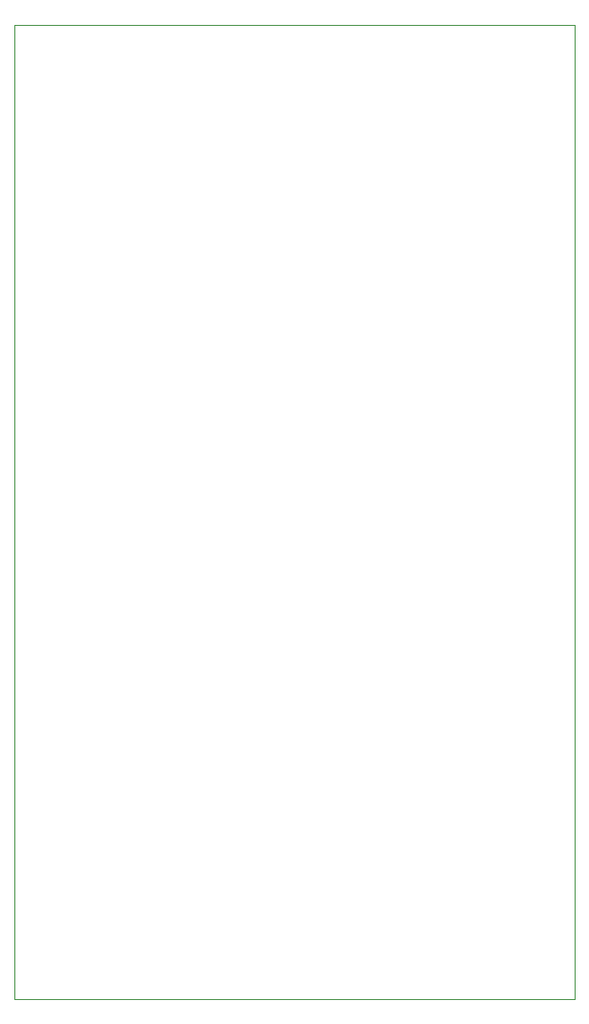
<source format=gko>
G04 #@! TF.FileFunction,Profile,NP*
%FSLAX46Y46*%
G04 Gerber Fmt 4.6, Leading zero omitted, Abs format (unit mm)*
G04 Created by KiCad (PCBNEW 4.0.2+dfsg1-stable) date Thu 25 May 2017 10:32:05 AM CEST*
%MOMM*%
G01*
G04 APERTURE LIST*
%ADD10C,0.100000*%
G04 APERTURE END LIST*
D10*
X177000000Y-27000000D02*
X127500000Y-27000000D01*
X177000000Y-113000000D02*
X177000000Y-27000000D01*
X127500000Y-113000000D02*
X177000000Y-113000000D01*
X127500000Y-27000000D02*
X127500000Y-113000000D01*
M02*

</source>
